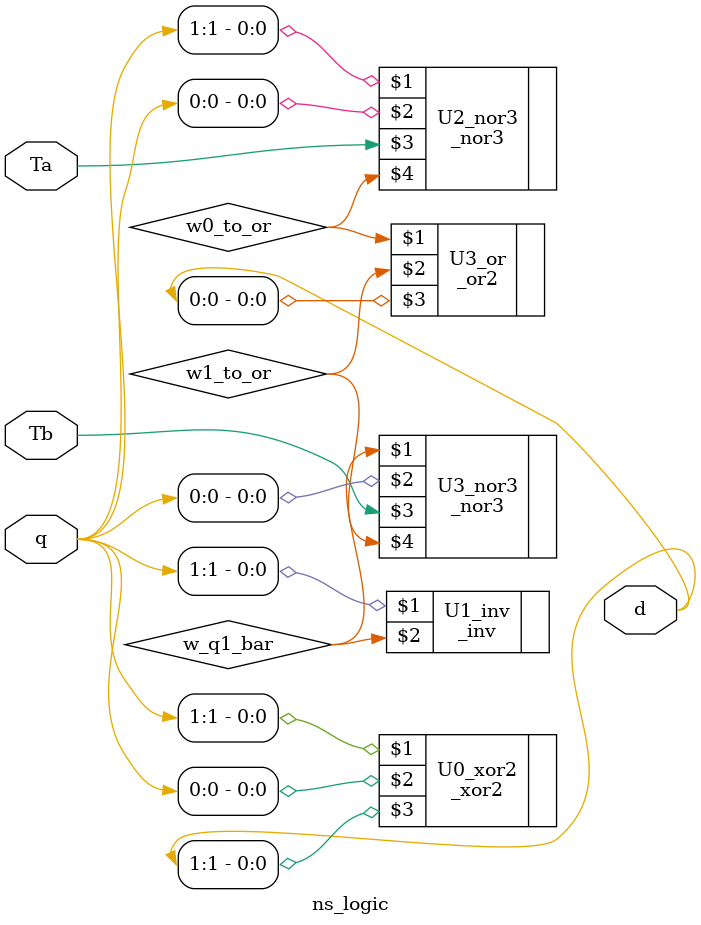
<source format=v>
module ns_logic(Ta, Tb, q, d);
	input Ta, Tb;
	input[1:0] q;
	output[1:0] d;
	
	wire w_q1_bar, w0_to_or, w1_to_or;

	// D1
	_xor2 U0_xor2(q[1], q[0], d[1]);

	// D0
	_inv U1_inv(q[1], w_q1_bar);
	_nor3 U2_nor3(q[1], q[0], Ta, w0_to_or);
	_nor3 U3_nor3(w_q1_bar, q[0], Tb, w1_to_or);
	_or2 U3_or(w0_to_or, w1_to_or, d[0]);
	
	// Note : instantiate nor gate instead of and gate
endmodule


/*
module ns_logic(Ta, Tb, q, d);
	input Ta, Tb;
	input[1:0] q;
	output reg[1:0] d;
	
	parameter S0 = 2'b00;
	parameter S1 = 2'b01;
	parameter S2 = 2'b10;
	parameter S3 = 2'b11;
	
	always@(Ta or Tb or q)
	begin
		casex({q, Ta, Tb})
			{S0, 1'b0, 1'bx}: d <= S1;
			{S0, 1'b1, 1'bx}: d <= S0;
			{S1, 1'bx, 1'bx}: d <= S2;
			{S2, 1'bx, 1'b0}: d <= S3;
			{S2, 1'bx, 1'b1}: d <= S2;
			{S3, 1'bx, 1'bx}: d <= S0;
			default: d <= 2'bx;
		endcase
	end
endmodule
*/

</source>
